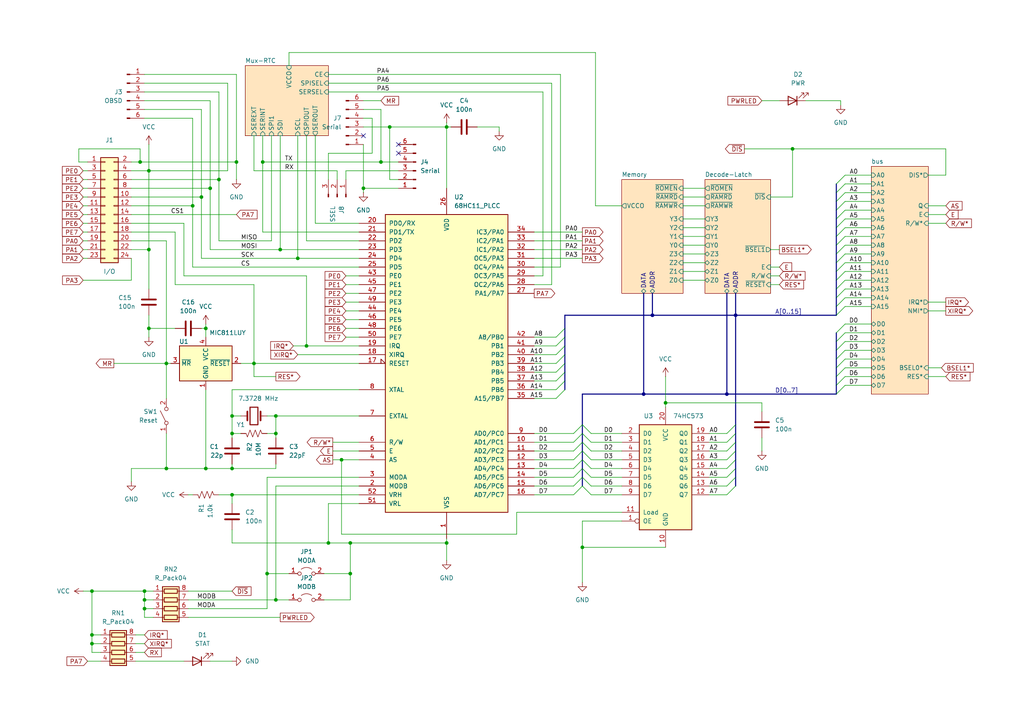
<source format=kicad_sch>
(kicad_sch (version 20231120) (generator "eeschema") (generator_version "8.0")
  (paper "A4")
  (title_block (title "Mini11/8E Board V1.1") (date "2023-10-05") (rev "1") (company "kw"))
  (lib_symbols
    (symbol "74xx:74LS573" (pin_names (offset 1.016))
      (property "Reference" "U" (at -7.62 16.51 0))
      (property "Value" "74LS573" (at -7.62 -16.51 0))
      (symbol "74LS573_1_0"
        (pin input inverted (at -12.7 -12.7 0) (length 5.08) (name "OE") (number "1"))
        (pin power_in line (at 0 -20.32 90) (length 5.08) (name "GND") (number "10"))
        (pin input line (at -12.7 -10.16 0) (length 5.08) (name "Load") (number "11"))
        (pin tri_state line (at 12.7 -5.08 180) (length 5.08) (name "Q7") (number "12"))
        (pin tri_state line (at 12.7 -2.54 180) (length 5.08) (name "Q6") (number "13"))
        (pin tri_state line (at 12.7 0 180) (length 5.08) (name "Q5") (number "14"))
        (pin tri_state line (at 12.7 2.54 180) (length 5.08) (name "Q4") (number "15"))
        (pin tri_state line (at 12.7 5.08 180) (length 5.08) (name "Q3") (number "16"))
        (pin tri_state line (at 12.7 7.62 180) (length 5.08) (name "Q2") (number "17"))
        (pin tri_state line (at 12.7 10.16 180) (length 5.08) (name "Q1") (number "18"))
        (pin tri_state line (at 12.7 12.7 180) (length 5.08) (name "Q0") (number "19"))
        (pin input line (at -12.7 12.7 0) (length 5.08) (name "D0") (number "2"))
        (pin power_in line (at 0 20.32 270) (length 5.08) (name "VCC") (number "20"))
        (pin input line (at -12.7 10.16 0) (length 5.08) (name "D1") (number "3"))
        (pin input line (at -12.7 7.62 0) (length 5.08) (name "D2") (number "4"))
        (pin input line (at -12.7 5.08 0) (length 5.08) (name "D3") (number "5"))
        (pin input line (at -12.7 2.54 0) (length 5.08) (name "D4") (number "6"))
        (pin input line (at -12.7 0 0) (length 5.08) (name "D5") (number "7"))
        (pin input line (at -12.7 -2.54 0) (length 5.08) (name "D6") (number "8"))
        (pin input line (at -12.7 -5.08 0) (length 5.08) (name "D7") (number "9"))
      )
    )
    (symbol "Connector:Conn_01x03_Pin" (pin_names (offset 1.016) hide)
      (property "Reference" "J" (at 0 5.08 0))
      (property "Value" "Conn_01x03_Pin" (at 0 -5.08 0))
      (symbol "Conn_01x03_Pin_1_1"
        (pin passive line (at 5.08 2.54 180) (length 3.81) (name "Pin_1") (number "1"))
        (pin passive line (at 5.08 0 180) (length 3.81) (name "Pin_2") (number "2"))
        (pin passive line (at 5.08 -2.54 180) (length 3.81) (name "Pin_3") (number "3"))
      )
    )
    (symbol "Connector:Conn_01x06_Pin" (pin_names (offset 1.016) hide)
      (property "Reference" "J" (at 0 7.62 0))
      (property "Value" "Conn_01x06_Pin" (at 0 -10.16 0))
      (symbol "Conn_01x06_Pin_1_1"
        (pin passive line (at 5.08 5.08 180) (length 3.81) (name "Pin_1") (number "1"))
        (pin passive line (at 5.08 2.54 180) (length 3.81) (name "Pin_2") (number "2"))
        (pin passive line (at 5.08 0 180) (length 3.81) (name "Pin_3") (number "3"))
        (pin passive line (at 5.08 -2.54 180) (length 3.81) (name "Pin_4") (number "4"))
        (pin passive line (at 5.08 -5.08 180) (length 3.81) (name "Pin_5") (number "5"))
        (pin passive line (at 5.08 -7.62 180) (length 3.81) (name "Pin_6") (number "6"))
      )
    )
    (symbol "Connector_Generic:Conn_02x12_Odd_Even" (pin_names (offset 1.016) hide)
      (property "Reference" "J" (at 1.27 15.24 0))
      (property "Value" "Conn_02x12_Odd_Even" (at 1.27 -17.78 0))
      (symbol "Conn_02x12_Odd_Even_1_1"
        (pin passive line (at -5.08 12.7 0) (length 3.81) (name "Pin_1") (number "1"))
        (pin passive line (at 7.62 2.54 180) (length 3.81) (name "Pin_10") (number "10"))
        (pin passive line (at -5.08 0 0) (length 3.81) (name "Pin_11") (number "11"))
        (pin passive line (at 7.62 0 180) (length 3.81) (name "Pin_12") (number "12"))
        (pin passive line (at -5.08 -2.54 0) (length 3.81) (name "Pin_13") (number "13"))
        (pin passive line (at 7.62 -2.54 180) (length 3.81) (name "Pin_14") (number "14"))
        (pin passive line (at -5.08 -5.08 0) (length 3.81) (name "Pin_15") (number "15"))
        (pin passive line (at 7.62 -5.08 180) (length 3.81) (name "Pin_16") (number "16"))
        (pin passive line (at -5.08 -7.62 0) (length 3.81) (name "Pin_17") (number "17"))
        (pin passive line (at 7.62 -7.62 180) (length 3.81) (name "Pin_18") (number "18"))
        (pin passive line (at -5.08 -10.16 0) (length 3.81) (name "Pin_19") (number "19"))
        (pin passive line (at 7.62 12.7 180) (length 3.81) (name "Pin_2") (number "2"))
        (pin passive line (at 7.62 -10.16 180) (length 3.81) (name "Pin_20") (number "20"))
        (pin passive line (at -5.08 -12.7 0) (length 3.81) (name "Pin_21") (number "21"))
        (pin passive line (at 7.62 -12.7 180) (length 3.81) (name "Pin_22") (number "22"))
        (pin passive line (at -5.08 -15.24 0) (length 3.81) (name "Pin_23") (number "23"))
        (pin passive line (at 7.62 -15.24 180) (length 3.81) (name "Pin_24") (number "24"))
        (pin passive line (at -5.08 10.16 0) (length 3.81) (name "Pin_3") (number "3"))
        (pin passive line (at 7.62 10.16 180) (length 3.81) (name "Pin_4") (number "4"))
        (pin passive line (at -5.08 7.62 0) (length 3.81) (name "Pin_5") (number "5"))
        (pin passive line (at 7.62 7.62 180) (length 3.81) (name "Pin_6") (number "6"))
        (pin passive line (at -5.08 5.08 0) (length 3.81) (name "Pin_7") (number "7"))
        (pin passive line (at 7.62 5.08 180) (length 3.81) (name "Pin_8") (number "8"))
        (pin passive line (at -5.08 2.54 0) (length 3.81) (name "Pin_9") (number "9"))
      )
    )
    (symbol "Device:C" (pin_numbers hide) (pin_names (offset 0.254))
      (property "Reference" "C" (at 0.635 2.54 0))
      (property "Value" "C" (at 0.635 -2.54 0))
      (symbol "C_1_1"
        (pin passive line (at 0 3.81 270) (length 2.794) (name "~") (number "1"))
        (pin passive line (at 0 -3.81 90) (length 2.794) (name "~") (number "2"))
      )
    )
    (symbol "Device:Crystal" (pin_numbers hide) (pin_names (offset 1.016) hide)
      (property "Reference" "Y1" (at -3.81 -2.54 0))
      (property "Value" "7.3728 MHz" (at 1.27 5.08 0))
      (symbol "Crystal_1_1"
        (pin passive line (at -3.81 0 0) (length 1.27) (name "1") (number "1"))
        (pin passive line (at 3.81 0 180) (length 1.27) (name "3") (number "3"))
      )
    )
    (symbol "Device:LED" (pin_numbers hide) (pin_names (offset 1.016) hide)
      (property "Reference" "D" (at 0 2.54 0))
      (property "Value" "LED" (at 0 -2.54 0))
      (symbol "LED_1_1"
        (pin passive line (at -3.81 0 0) (length 2.54) (name "K") (number "1"))
        (pin passive line (at 3.81 0 180) (length 2.54) (name "A") (number "2"))
      )
    )
    (symbol "Device:R_Pack04" (pin_names (offset 0) hide)
      (property "Reference" "RN" (at -7.62 0 90))
      (property "Value" "R_Pack04" (at 5.08 0 90))
      (symbol "R_Pack04_1_1"
        (pin passive line (at -5.08 -5.08 90) (length 2.54) (name "R1.1") (number "1"))
        (pin passive line (at -2.54 -5.08 90) (length 2.54) (name "R2.1") (number "2"))
        (pin passive line (at 0 -5.08 90) (length 2.54) (name "R3.1") (number "3"))
        (pin passive line (at 2.54 -5.08 90) (length 2.54) (name "R4.1") (number "4"))
        (pin passive line (at 2.54 5.08 270) (length 2.54) (name "R4.2") (number "5"))
        (pin passive line (at 0 5.08 270) (length 2.54) (name "R3.2") (number "6"))
        (pin passive line (at -2.54 5.08 270) (length 2.54) (name "R2.2") (number "7"))
        (pin passive line (at -5.08 5.08 270) (length 2.54) (name "R1.2") (number "8"))
      )
    )
    (symbol "Device:R_US" (pin_numbers hide) (pin_names (offset 0))
      (property "Reference" "R" (at 2.54 0 90))
      (property "Value" "R_US" (at -2.54 0 90))
      (symbol "R_US_1_1"
        (pin passive line (at 0 3.81 270) (length 1.27) (name "~") (number "1"))
        (pin passive line (at 0 -3.81 90) (length 1.27) (name "~") (number "2"))
      )
    )
    (symbol "Jumper:Jumper_2_Open" (pin_names (offset 0) hide)
      (property "Reference" "JP" (at 0 2.794 0))
      (property "Value" "Jumper_2_Open" (at 0 -2.286 0))
      (symbol "Jumper_2_Open_1_1"
        (pin passive line (at -5.08 0 0) (length 2.54) (name "A") (number "1"))
        (pin passive line (at 5.08 0 180) (length 2.54) (name "B") (number "2"))
      )
    )
    (symbol "MCU_NXP_HC11:68HC11_PLCC" (pin_names (offset 1.016))
      (property "Reference" "U" (at 7.62 45.72 0))
      (property "Value" "68HC11_PLCC" (at 12.7 -46.99 0))
      (symbol "68HC11_PLCC_1_1"
        (pin power_in line (at 0 -50.8 90) (length 7.62) (name "VSS") (number "1"))
        (pin tri_state line (at 25.4 -22.86 180) (length 7.62) (name "AD1/PC1") (number "10"))
        (pin tri_state line (at 25.4 -25.4 180) (length 7.62) (name "AD2/PC2") (number "11"))
        (pin tri_state line (at 25.4 -27.94 180) (length 7.62) (name "AD3/PC3") (number "12"))
        (pin tri_state line (at 25.4 -30.48 180) (length 7.62) (name "AD4/PC4") (number "13"))
        (pin tri_state line (at 25.4 -33.02 180) (length 7.62) (name "AD5/PC5") (number "14"))
        (pin tri_state line (at 25.4 -35.56 180) (length 7.62) (name "AD6/PC6") (number "15"))
        (pin tri_state line (at 25.4 -38.1 180) (length 7.62) (name "AD7/PC7") (number "16"))
        (pin input input_low (at -25.4 0 0) (length 7.62) (name "RESET") (number "17"))
        (pin input line (at -25.4 2.54 0) (length 7.62) (name "XIRQ") (number "18"))
        (pin input line (at -25.4 5.08 0) (length 7.62) (name "IRQ") (number "19"))
        (pin input line (at -25.4 -35.56 0) (length 7.62) (name "MODB") (number "2"))
        (pin bidirectional line (at -25.4 40.64 0) (length 7.62) (name "PD0/RX") (number "20"))
        (pin bidirectional line (at -25.4 38.1 0) (length 7.62) (name "PD1/TX") (number "21"))
        (pin bidirectional line (at -25.4 35.56 0) (length 7.62) (name "PD2") (number "22"))
        (pin input line (at -25.4 33.02 0) (length 7.62) (name "PD3") (number "23"))
        (pin bidirectional line (at -25.4 30.48 0) (length 7.62) (name "PD4") (number "24"))
        (pin bidirectional line (at -25.4 27.94 0) (length 7.62) (name "PD5") (number "25"))
        (pin power_in line (at 0 50.8 270) (length 7.62) (name "VDD") (number "26"))
        (pin input line (at 25.4 20.32 180) (length 7.62) (name "PA1/PA7") (number "27"))
        (pin output line (at 25.4 22.86 180) (length 7.62) (name "OC2/PA6") (number "28"))
        (pin output line (at 25.4 25.4 180) (length 7.62) (name "OC3/PA5") (number "29"))
        (pin input line (at -25.4 -33.02 0) (length 7.62) (name "MODA") (number "3"))
        (pin output line (at 25.4 27.94 180) (length 7.62) (name "OC4/PA4") (number "30"))
        (pin output line (at 25.4 30.48 180) (length 7.62) (name "OC5/PA3") (number "31"))
        (pin input line (at 25.4 33.02 180) (length 7.62) (name "IC1/PA2") (number "32"))
        (pin input line (at 25.4 35.56 180) (length 7.62) (name "IC2/PA1") (number "33"))
        (pin input line (at 25.4 38.1 180) (length 7.62) (name "IC3/PA0") (number "34"))
        (pin output line (at 25.4 -10.16 180) (length 7.62) (name "A15/PB7") (number "35"))
        (pin output line (at 25.4 -7.62 180) (length 7.62) (name "PB6") (number "36"))
        (pin output line (at 25.4 -5.08 180) (length 7.62) (name "PB5") (number "37"))
        (pin output line (at 25.4 -2.54 180) (length 7.62) (name "PB4") (number "38"))
        (pin output line (at 25.4 0 180) (length 7.62) (name "PB3") (number "39"))
        (pin output line (at -25.4 -27.94 0) (length 7.62) (name "AS") (number "4"))
        (pin output line (at 25.4 2.54 180) (length 7.62) (name "PB2") (number "40"))
        (pin output line (at 25.4 5.08 180) (length 7.62) (name "PB1") (number "41"))
        (pin output line (at 25.4 7.62 180) (length 7.62) (name "A8/PB0") (number "42"))
        (pin input line (at -25.4 25.4 0) (length 7.62) (name "PE0") (number "43"))
        (pin input line (at -25.4 15.24 0) (length 7.62) (name "PE4") (number "44"))
        (pin input line (at -25.4 22.86 0) (length 7.62) (name "PE1") (number "45"))
        (pin input line (at -25.4 12.7 0) (length 7.62) (name "PE5") (number "46"))
        (pin input line (at -25.4 20.32 0) (length 7.62) (name "PE2") (number "47"))
        (pin input line (at -25.4 10.16 0) (length 7.62) (name "PE6") (number "48"))
        (pin input line (at -25.4 17.78 0) (length 7.62) (name "PE3") (number "49"))
        (pin output line (at -25.4 -25.4 0) (length 7.62) (name "E") (number "5"))
        (pin input line (at -25.4 7.62 0) (length 7.62) (name "PE7") (number "50"))
        (pin passive line (at -25.4 -40.64 0) (length 7.62) (name "VRL") (number "51"))
        (pin passive line (at -25.4 -38.1 0) (length 7.62) (name "VRH") (number "52"))
        (pin output line (at -25.4 -22.86 0) (length 7.62) (name "R/W") (number "6"))
        (pin input line (at -25.4 -15.24 0) (length 7.62) (name "EXTAL") (number "7"))
        (pin output line (at -25.4 -7.62 0) (length 7.62) (name "XTAL") (number "8"))
        (pin tri_state line (at 25.4 -20.32 180) (length 7.62) (name "AD0/PC0") (number "9"))
      )
    )
    (symbol "Power_Supervisor:MIC811LUY"
      (property "Reference" "U" (at -7.62 6.35 0))
      (property "Value" "MIC811LUY" (at 1.27 6.35 0))
      (symbol "MIC811LUY_1_1"
        (pin power_in line (at 0 -7.62 90) (length 2.54) (name "GND") (number "1"))
        (pin output line (at 10.16 0 180) (length 2.54) (name "~{RESET}") (number "2"))
        (pin input line (at -10.16 0 0) (length 2.54) (name "~{MR}") (number "3"))
        (pin power_in line (at 0 7.62 270) (length 2.54) (name "VCC") (number "4"))
      )
    )
    (symbol "Switch:SW_SPST" (pin_names (offset 0) hide)
      (property "Reference" "SW" (at 0 3.175 0))
      (property "Value" "SW_SPST" (at 0 -2.54 0))
      (symbol "SW_SPST_1_1"
        (pin passive line (at -5.08 0 0) (length 2.54) (name "A") (number "1"))
        (pin passive line (at 5.08 0 180) (length 2.54) (name "B") (number "2"))
      )
    )
    (symbol "power:GND" (power) (pin_numbers hide) (pin_names (offset 0) hide)
      (property "Value" "GND" (at 0 -3.81 0))
      (symbol "GND_1_1"
        (pin power_in line (at 0 0 270) (length 0) (name "~") (number "1"))
      )
    )
    (symbol "power:VCC" (power) (pin_numbers hide) (pin_names (offset 0) hide)
      (property "Value" "VCC" (at 0 3.556 0))
      (symbol "VCC_1_1"
        (pin power_in line (at 0 0 90) (length 0) (name "~") (number "1"))
      )
    )
  )
  (junction (at 186.69 114.3))
  (junction (at 48.26 105.41))
  (junction (at 26.67 171.45))
  (junction (at 26.67 186.69))
  (junction (at 41.91 173.99))
  (junction (at 168.91 158.75))
  (junction (at 95.25 157.48))
  (junction (at 67.31 135.89))
  (junction (at 63.5 52.07))
  (junction (at 80.01 125.73))
  (junction (at 59.69 135.89))
  (junction (at 86.36 74.93))
  (junction (at 80.01 120.65))
  (junction (at 41.91 171.45))
  (junction (at 59.69 95.25))
  (junction (at 48.26 135.89))
  (junction (at 55.88 59.69))
  (junction (at 80.01 173.99))
  (junction (at 67.31 143.51))
  (junction (at 193.04 116.84))
  (junction (at 40.64 46.99))
  (junction (at 110.49 46.99))
  (junction (at 113.03 36.83))
  (junction (at 67.31 120.65))
  (junction (at 43.18 49.53))
  (junction (at 101.6 157.48))
  (junction (at 189.23 91.44))
  (junction (at 26.67 184.15))
  (junction (at 58.42 57.15))
  (junction (at 213.36 91.44))
  (junction (at 210.82 114.3))
  (junction (at 68.58 46.99))
  (junction (at 41.91 176.53))
  (junction (at 43.18 95.25))
  (junction (at 99.06 133.35))
  (junction (at 105.41 54.61))
  (junction (at 73.66 105.41))
  (junction (at 101.6 166.37))
  (junction (at 81.28 72.39))
  (junction (at 88.9 100.33))
  (junction (at 60.96 54.61))
  (junction (at 43.18 72.39))
  (junction (at 77.47 166.37))
  (junction (at 129.54 36.83))
  (junction (at 229.87 43.18))
  (junction (at 129.54 157.48))
  (junction (at 67.31 125.73))
  (junction (at 76.2 46.99))
  (no_connect (at 115.57 44.45))
  (no_connect (at 115.57 41.91))
  (no_connect (at 105.41 39.37))
  (bus_entry (at 210.82 138.43) (size 2.54 -2.54))
  (bus_entry (at 171.45 128.27) (size -2.54 -2.54))
  (bus_entry (at 163.83 113.03) (size -2.54 2.54))
  (bus_entry (at 242.57 91.44) (size 2.54 -2.54))
  (bus_entry (at 242.57 73.66) (size 2.54 -2.54))
  (bus_entry (at 245.11 99.06) (size -2.54 2.54))
  (bus_entry (at 171.45 133.35) (size -2.54 -2.54))
  (bus_entry (at 245.11 106.68) (size -2.54 2.54))
  (bus_entry (at 166.37 138.43) (size 2.54 -2.54))
  (bus_entry (at 166.37 125.73) (size 2.54 -2.54))
  (bus_entry (at 242.57 55.88) (size 2.54 -2.54))
  (bus_entry (at 245.11 104.14) (size -2.54 2.54))
  (bus_entry (at 163.83 100.33) (size -2.54 2.54))
  (bus_entry (at 242.57 76.2) (size 2.54 -2.54))
  (bus_entry (at 242.57 81.28) (size 2.54 -2.54))
  (bus_entry (at 245.11 109.22) (size -2.54 2.54))
  (bus_entry (at 166.37 143.51) (size 2.54 -2.54))
  (bus_entry (at 210.82 135.89) (size 2.54 -2.54))
  (bus_entry (at 242.57 78.74) (size 2.54 -2.54))
  (bus_entry (at 166.37 128.27) (size 2.54 -2.54))
  (bus_entry (at 210.82 125.73) (size 2.54 -2.54))
  (bus_entry (at 166.37 133.35) (size 2.54 -2.54))
  (bus_entry (at 245.11 96.52) (size -2.54 2.54))
  (bus_entry (at 166.37 140.97) (size 2.54 -2.54))
  (bus_entry (at 242.57 53.34) (size 2.54 -2.54))
  (bus_entry (at 242.57 63.5) (size 2.54 -2.54))
  (bus_entry (at 242.57 58.42) (size 2.54 -2.54))
  (bus_entry (at 210.82 130.81) (size 2.54 -2.54))
  (bus_entry (at 210.82 143.51) (size 2.54 -2.54))
  (bus_entry (at 242.57 83.82) (size 2.54 -2.54))
  (bus_entry (at 163.83 105.41) (size -2.54 2.54))
  (bus_entry (at 210.82 128.27) (size 2.54 -2.54))
  (bus_entry (at 163.83 95.25) (size -2.54 2.54))
  (bus_entry (at 166.37 135.89) (size 2.54 -2.54))
  (bus_entry (at 210.82 140.97) (size 2.54 -2.54))
  (bus_entry (at 163.83 97.79) (size -2.54 2.54))
  (bus_entry (at 242.57 68.58) (size 2.54 -2.54))
  (bus_entry (at 210.82 133.35) (size 2.54 -2.54))
  (bus_entry (at 171.45 138.43) (size -2.54 -2.54))
  (bus_entry (at 242.57 66.04) (size 2.54 -2.54))
  (bus_entry (at 242.57 71.12) (size 2.54 -2.54))
  (bus_entry (at 166.37 130.81) (size 2.54 -2.54))
  (bus_entry (at 245.11 111.76) (size -2.54 2.54))
  (bus_entry (at 171.45 140.97) (size -2.54 -2.54))
  (bus_entry (at 245.11 101.6) (size -2.54 2.54))
  (bus_entry (at 171.45 130.81) (size -2.54 -2.54))
  (bus_entry (at 242.57 88.9) (size 2.54 -2.54))
  (bus_entry (at 163.83 102.87) (size -2.54 2.54))
  (bus_entry (at 163.83 110.49) (size -2.54 2.54))
  (bus_entry (at 245.11 93.98) (size -2.54 2.54))
  (bus_entry (at 163.83 107.95) (size -2.54 2.54))
  (bus_entry (at 171.45 125.73) (size -2.54 -2.54))
  (bus_entry (at 242.57 86.36) (size 2.54 -2.54))
  (bus_entry (at 242.57 60.96) (size 2.54 -2.54))
  (bus_entry (at 171.45 135.89) (size -2.54 -2.54))
  (bus_entry (at 171.45 143.51) (size -2.54 -2.54))
  (wire (pts (xy 100.33 52.07) (xy 100.33 49.53)))
  (wire (pts (xy 63.5 52.07) (xy 63.5 69.85)))
  (wire (pts (xy 243.84 29.21) (xy 243.84 30.48)))
  (wire (pts (xy 198.12 57.15) (xy 204.47 57.15)))
  (wire (pts (xy 59.69 95.25) (xy 59.69 97.79)))
  (bus (pts (xy 242.57 71.12) (xy 242.57 68.58)))
  (wire (pts (xy 85.09 100.33) (xy 88.9 100.33)))
  (wire (pts (xy 60.96 54.61) (xy 60.96 72.39)))
  (wire (pts (xy 245.11 93.98) (xy 252.73 93.98)))
  (wire (pts (xy 38.1 81.28) (xy 38.1 74.93)))
  (bus (pts (xy 168.91 140.97) (xy 168.91 138.43)))
  (wire (pts (xy 58.42 31.75) (xy 58.42 57.15)))
  (wire (pts (xy 245.11 66.04) (xy 252.73 66.04)))
  (wire (pts (xy 24.13 49.53) (xy 25.4 49.53)))
  (wire (pts (xy 100.33 90.17) (xy 104.14 90.17)))
  (wire (pts (xy 22.86 43.18) (xy 22.86 46.99)))
  (wire (pts (xy 154.94 102.87) (xy 161.29 102.87)))
  (bus (pts (xy 242.57 81.28) (xy 242.57 78.74)))
  (wire (pts (xy 43.18 91.44) (xy 43.18 95.25)))
  (wire (pts (xy 104.14 146.05) (xy 95.25 146.05)))
  (wire (pts (xy 100.33 87.63) (xy 104.14 87.63)))
  (wire (pts (xy 55.88 34.29) (xy 55.88 59.69)))
  (wire (pts (xy 154.94 69.85) (xy 168.91 69.85)))
  (wire (pts (xy 26.67 186.69) (xy 26.67 189.23)))
  (wire (pts (xy 269.24 59.69) (xy 274.32 59.69)))
  (wire (pts (xy 80.01 140.97) (xy 104.14 140.97)))
  (bus (pts (xy 168.91 135.89) (xy 168.91 133.35)))
  (wire (pts (xy 73.66 105.41) (xy 73.66 109.22)))
  (wire (pts (xy 100.33 49.53) (xy 115.57 49.53)))
  (wire (pts (xy 26.67 184.15) (xy 29.21 184.15)))
  (wire (pts (xy 76.2 46.99) (xy 110.49 46.99)))
  (wire (pts (xy 269.24 106.68) (xy 273.05 106.68)))
  (bus (pts (xy 213.36 85.09) (xy 213.36 91.44)))
  (bus (pts (xy 242.57 99.06) (xy 242.57 101.6)))
  (wire (pts (xy 154.94 77.47) (xy 162.56 77.47)))
  (wire (pts (xy 198.12 68.58) (xy 204.47 68.58)))
  (wire (pts (xy 77.47 138.43) (xy 77.47 166.37)))
  (wire (pts (xy 245.11 106.68) (xy 252.73 106.68)))
  (wire (pts (xy 154.94 82.55) (xy 160.02 82.55)))
  (wire (pts (xy 154.94 110.49) (xy 161.29 110.49)))
  (wire (pts (xy 101.6 157.48) (xy 101.6 166.37)))
  (wire (pts (xy 80.01 120.65) (xy 80.01 125.73)))
  (wire (pts (xy 63.5 143.51) (xy 67.31 143.51)))
  (wire (pts (xy 67.31 120.65) (xy 67.31 125.73)))
  (wire (pts (xy 223.52 57.15) (xy 229.87 57.15)))
  (wire (pts (xy 154.94 80.01) (xy 157.48 80.01)))
  (wire (pts (xy 168.91 158.75) (xy 193.04 158.75)))
  (wire (pts (xy 55.88 34.29) (xy 41.91 34.29)))
  (wire (pts (xy 205.74 138.43) (xy 210.82 138.43)))
  (wire (pts (xy 66.04 24.13) (xy 41.91 24.13)))
  (wire (pts (xy 50.8 82.55) (xy 73.66 82.55)))
  (wire (pts (xy 154.94 125.73) (xy 166.37 125.73)))
  (wire (pts (xy 129.54 157.48) (xy 129.54 156.21)))
  (bus (pts (xy 163.83 95.25) (xy 163.83 91.44)))
  (bus (pts (xy 242.57 106.68) (xy 242.57 109.22)))
  (bus (pts (xy 163.83 97.79) (xy 163.83 95.25)))
  (wire (pts (xy 38.1 52.07) (xy 63.5 52.07)))
  (wire (pts (xy 81.28 39.37) (xy 81.28 72.39)))
  (bus (pts (xy 163.83 102.87) (xy 163.83 105.41)))
  (wire (pts (xy 104.14 82.55) (xy 100.33 82.55)))
  (wire (pts (xy 269.24 62.23) (xy 274.32 62.23)))
  (wire (pts (xy 245.11 96.52) (xy 252.73 96.52)))
  (wire (pts (xy 198.12 66.04) (xy 204.47 66.04)))
  (wire (pts (xy 245.11 83.82) (xy 252.73 83.82)))
  (wire (pts (xy 63.5 69.85) (xy 78.74 69.85)))
  (wire (pts (xy 83.82 15.24) (xy 83.82 19.05)))
  (wire (pts (xy 59.69 135.89) (xy 67.31 135.89)))
  (wire (pts (xy 168.91 151.13) (xy 168.91 158.75)))
  (bus (pts (xy 189.23 91.44) (xy 213.36 91.44)))
  (wire (pts (xy 38.1 49.53) (xy 43.18 49.53)))
  (wire (pts (xy 43.18 83.82) (xy 43.18 72.39)))
  (wire (pts (xy 43.18 95.25) (xy 50.8 95.25)))
  (wire (pts (xy 100.33 80.01) (xy 104.14 80.01)))
  (wire (pts (xy 67.31 153.67) (xy 67.31 157.48)))
  (bus (pts (xy 186.69 85.09) (xy 186.69 114.3)))
  (wire (pts (xy 41.91 173.99) (xy 41.91 176.53)))
  (wire (pts (xy 245.11 55.88) (xy 252.73 55.88)))
  (wire (pts (xy 101.6 157.48) (xy 129.54 157.48)))
  (wire (pts (xy 171.45 143.51) (xy 180.34 143.51)))
  (wire (pts (xy 245.11 78.74) (xy 252.73 78.74)))
  (wire (pts (xy 193.04 109.22) (xy 193.04 116.84)))
  (wire (pts (xy 77.47 125.73) (xy 80.01 125.73)))
  (wire (pts (xy 198.12 81.28) (xy 204.47 81.28)))
  (wire (pts (xy 154.94 115.57) (xy 161.29 115.57)))
  (wire (pts (xy 171.45 133.35) (xy 180.34 133.35)))
  (wire (pts (xy 24.13 57.15) (xy 25.4 57.15)))
  (wire (pts (xy 129.54 35.56) (xy 129.54 36.83)))
  (wire (pts (xy 205.74 128.27) (xy 210.82 128.27)))
  (wire (pts (xy 60.96 29.21) (xy 60.96 54.61)))
  (wire (pts (xy 33.02 105.41) (xy 48.26 105.41)))
  (bus (pts (xy 168.91 114.3) (xy 186.69 114.3)))
  (wire (pts (xy 77.47 166.37) (xy 83.82 166.37)))
  (wire (pts (xy 49.53 105.41) (xy 48.26 105.41)))
  (bus (pts (xy 213.36 125.73) (xy 213.36 128.27)))
  (bus (pts (xy 186.69 114.3) (xy 210.82 114.3)))
  (wire (pts (xy 100.33 97.79) (xy 104.14 97.79)))
  (wire (pts (xy 104.14 67.31) (xy 76.2 67.31)))
  (bus (pts (xy 242.57 88.9) (xy 242.57 86.36)))
  (bus (pts (xy 189.23 85.09) (xy 189.23 91.44)))
  (wire (pts (xy 168.91 151.13) (xy 180.34 151.13)))
  (bus (pts (xy 242.57 86.36) (xy 242.57 83.82)))
  (wire (pts (xy 269.24 90.17) (xy 274.32 90.17)))
  (wire (pts (xy 48.26 125.73) (xy 48.26 135.89)))
  (bus (pts (xy 213.36 91.44) (xy 213.36 123.19)))
  (bus (pts (xy 163.83 107.95) (xy 163.83 110.49)))
  (wire (pts (xy 24.13 74.93) (xy 25.4 74.93)))
  (wire (pts (xy 129.54 36.83) (xy 130.81 36.83)))
  (wire (pts (xy 38.1 135.89) (xy 48.26 135.89)))
  (wire (pts (xy 96.52 133.35) (xy 99.06 133.35)))
  (wire (pts (xy 38.1 54.61) (xy 60.96 54.61)))
  (wire (pts (xy 198.12 54.61) (xy 204.47 54.61)))
  (wire (pts (xy 25.4 191.77) (xy 29.21 191.77)))
  (wire (pts (xy 95.25 146.05) (xy 95.25 157.48)))
  (wire (pts (xy 24.13 81.28) (xy 38.1 81.28)))
  (bus (pts (xy 242.57 55.88) (xy 242.57 53.34)))
  (wire (pts (xy 104.14 143.51) (xy 67.31 143.51)))
  (wire (pts (xy 205.74 133.35) (xy 210.82 133.35)))
  (bus (pts (xy 242.57 63.5) (xy 242.57 60.96)))
  (wire (pts (xy 41.91 179.07) (xy 44.45 179.07)))
  (wire (pts (xy 43.18 49.53) (xy 66.04 49.53)))
  (wire (pts (xy 68.58 46.99) (xy 68.58 52.07)))
  (wire (pts (xy 205.74 125.73) (xy 210.82 125.73)))
  (wire (pts (xy 38.1 135.89) (xy 38.1 139.7)))
  (wire (pts (xy 99.06 133.35) (xy 99.06 154.94)))
  (wire (pts (xy 26.67 184.15) (xy 26.67 186.69)))
  (bus (pts (xy 213.36 91.44) (xy 242.57 91.44)))
  (wire (pts (xy 100.33 92.71) (xy 104.14 92.71)))
  (wire (pts (xy 101.6 173.99) (xy 101.6 166.37)))
  (wire (pts (xy 154.94 135.89) (xy 166.37 135.89)))
  (wire (pts (xy 67.31 120.65) (xy 67.31 113.03)))
  (wire (pts (xy 22.86 46.99) (xy 25.4 46.99)))
  (wire (pts (xy 154.94 97.79) (xy 161.29 97.79)))
  (wire (pts (xy 233.68 29.21) (xy 243.84 29.21)))
  (wire (pts (xy 245.11 99.06) (xy 252.73 99.06)))
  (wire (pts (xy 91.44 39.37) (xy 91.44 64.77)))
  (wire (pts (xy 198.12 71.12) (xy 204.47 71.12)))
  (wire (pts (xy 168.91 168.91) (xy 168.91 158.75)))
  (wire (pts (xy 73.66 109.22) (xy 80.01 109.22)))
  (wire (pts (xy 55.88 77.47) (xy 104.14 77.47)))
  (wire (pts (xy 154.94 113.03) (xy 161.29 113.03)))
  (wire (pts (xy 154.94 105.41) (xy 161.29 105.41)))
  (wire (pts (xy 229.87 43.18) (xy 229.87 57.15)))
  (bus (pts (xy 163.83 91.44) (xy 189.23 91.44)))
  (wire (pts (xy 81.28 72.39) (xy 104.14 72.39)))
  (bus (pts (xy 168.91 123.19) (xy 168.91 114.3)))
  (wire (pts (xy 93.98 166.37) (xy 101.6 166.37)))
  (bus (pts (xy 163.83 97.79) (xy 163.83 100.33)))
  (wire (pts (xy 67.31 125.73) (xy 69.85 125.73)))
  (wire (pts (xy 24.13 67.31) (xy 25.4 67.31)))
  (bus (pts (xy 213.36 138.43) (xy 213.36 135.89)))
  (wire (pts (xy 77.47 138.43) (xy 104.14 138.43)))
  (wire (pts (xy 48.26 105.41) (xy 48.26 115.57)))
  (wire (pts (xy 80.01 120.65) (xy 104.14 120.65)))
  (wire (pts (xy 55.88 143.51) (xy 54.61 143.51)))
  (wire (pts (xy 154.94 128.27) (xy 166.37 128.27)))
  (wire (pts (xy 205.74 135.89) (xy 210.82 135.89)))
  (wire (pts (xy 229.87 43.18) (xy 274.32 43.18)))
  (wire (pts (xy 245.11 111.76) (xy 252.73 111.76)))
  (wire (pts (xy 73.66 49.53) (xy 97.79 49.53)))
  (bus (pts (xy 213.36 140.97) (xy 213.36 138.43)))
  (bus (pts (xy 213.36 130.81) (xy 213.36 128.27)))
  (wire (pts (xy 171.45 128.27) (xy 180.34 128.27)))
  (wire (pts (xy 171.45 125.73) (xy 180.34 125.73)))
  (wire (pts (xy 93.98 173.99) (xy 101.6 173.99)))
  (wire (pts (xy 24.13 69.85) (xy 25.4 69.85)))
  (wire (pts (xy 53.34 191.77) (xy 39.37 191.77)))
  (wire (pts (xy 86.36 39.37) (xy 86.36 74.93)))
  (bus (pts (xy 242.57 78.74) (xy 242.57 76.2)))
  (wire (pts (xy 104.14 130.81) (xy 96.52 130.81)))
  (wire (pts (xy 58.42 95.25) (xy 59.69 95.25)))
  (wire (pts (xy 110.49 29.21) (xy 105.41 29.21)))
  (wire (pts (xy 220.98 116.84) (xy 220.98 119.38)))
  (wire (pts (xy 95.25 52.07) (xy 95.25 44.45)))
  (wire (pts (xy 41.91 171.45) (xy 41.91 173.99)))
  (wire (pts (xy 41.91 184.15) (xy 39.37 184.15)))
  (bus (pts (xy 242.57 76.2) (xy 242.57 73.66)))
  (wire (pts (xy 40.64 46.99) (xy 68.58 46.99)))
  (wire (pts (xy 105.41 41.91) (xy 105.41 54.61)))
  (wire (pts (xy 205.74 130.81) (xy 210.82 130.81)))
  (wire (pts (xy 172.72 59.69) (xy 172.72 15.24)))
  (wire (pts (xy 198.12 76.2) (xy 204.47 76.2)))
  (wire (pts (xy 39.37 189.23) (xy 41.91 189.23)))
  (wire (pts (xy 226.06 29.21) (xy 220.98 29.21)))
  (bus (pts (xy 242.57 101.6) (xy 242.57 104.14)))
  (wire (pts (xy 269.24 87.63) (xy 274.32 87.63)))
  (wire (pts (xy 54.61 176.53) (xy 77.47 176.53)))
  (wire (pts (xy 78.74 69.85) (xy 78.74 39.37)))
  (bus (pts (xy 242.57 96.52) (xy 242.57 99.06)))
  (wire (pts (xy 68.58 21.59) (xy 41.91 21.59)))
  (wire (pts (xy 76.2 39.37) (xy 76.2 46.99)))
  (wire (pts (xy 154.94 138.43) (xy 166.37 138.43)))
  (wire (pts (xy 73.66 105.41) (xy 104.14 105.41)))
  (wire (pts (xy 105.41 34.29) (xy 107.95 34.29)))
  (wire (pts (xy 69.85 105.41) (xy 73.66 105.41)))
  (bus (pts (xy 242.57 60.96) (xy 242.57 58.42)))
  (wire (pts (xy 68.58 46.99) (xy 68.58 21.59)))
  (wire (pts (xy 274.32 50.8) (xy 269.24 50.8)))
  (wire (pts (xy 223.52 80.01) (xy 226.06 80.01)))
  (wire (pts (xy 53.34 80.01) (xy 88.9 80.01)))
  (bus (pts (xy 210.82 85.09) (xy 210.82 114.3)))
  (wire (pts (xy 245.11 53.34) (xy 252.73 53.34)))
  (wire (pts (xy 198.12 73.66) (xy 204.47 73.66)))
  (wire (pts (xy 24.13 171.45) (xy 26.67 171.45)))
  (wire (pts (xy 95.25 44.45) (xy 107.95 44.45)))
  (wire (pts (xy 67.31 191.77) (xy 60.96 191.77)))
  (bus (pts (xy 213.36 125.73) (xy 213.36 123.19)))
  (wire (pts (xy 43.18 41.91) (xy 43.18 49.53)))
  (wire (pts (xy 24.13 52.07) (xy 25.4 52.07)))
  (wire (pts (xy 157.48 80.01) (xy 157.48 26.67)))
  (wire (pts (xy 160.02 24.13) (xy 160.02 82.55)))
  (bus (pts (xy 242.57 58.42) (xy 242.57 55.88)))
  (wire (pts (xy 154.94 133.35) (xy 166.37 133.35)))
  (wire (pts (xy 63.5 26.67) (xy 63.5 52.07)))
  (wire (pts (xy 80.01 173.99) (xy 83.82 173.99)))
  (wire (pts (xy 154.94 143.51) (xy 166.37 143.51)))
  (wire (pts (xy 54.61 179.07) (xy 81.28 179.07)))
  (wire (pts (xy 110.49 31.75) (xy 105.41 31.75)))
  (wire (pts (xy 41.91 173.99) (xy 44.45 173.99)))
  (wire (pts (xy 245.11 76.2) (xy 252.73 76.2)))
  (wire (pts (xy 154.94 67.31) (xy 168.91 67.31)))
  (wire (pts (xy 80.01 125.73) (xy 80.01 127)))
  (wire (pts (xy 245.11 101.6) (xy 252.73 101.6)))
  (wire (pts (xy 88.9 39.37) (xy 88.9 69.85)))
  (wire (pts (xy 198.12 63.5) (xy 204.47 63.5)))
  (wire (pts (xy 67.31 135.89) (xy 80.01 135.89)))
  (wire (pts (xy 41.91 176.53) (xy 44.45 176.53)))
  (wire (pts (xy 223.52 82.55) (xy 226.06 82.55)))
  (wire (pts (xy 58.42 31.75) (xy 41.91 31.75)))
  (wire (pts (xy 24.13 54.61) (xy 25.4 54.61)))
  (wire (pts (xy 88.9 80.01) (xy 88.9 100.33)))
  (wire (pts (xy 26.67 189.23) (xy 29.21 189.23)))
  (bus (pts (xy 163.83 110.49) (xy 163.83 113.03)))
  (wire (pts (xy 100.33 95.25) (xy 104.14 95.25)))
  (wire (pts (xy 245.11 60.96) (xy 252.73 60.96)))
  (bus (pts (xy 210.82 114.3) (xy 242.57 114.3)))
  (wire (pts (xy 24.13 72.39) (xy 25.4 72.39)))
  (wire (pts (xy 40.64 43.18) (xy 22.86 43.18)))
  (bus (pts (xy 242.57 88.9) (xy 242.57 91.44)))
  (wire (pts (xy 67.31 143.51) (xy 67.31 146.05)))
  (bus (pts (xy 242.57 104.14) (xy 242.57 106.68)))
  (wire (pts (xy 107.95 44.45) (xy 107.95 34.29)))
  (wire (pts (xy 95.25 157.48) (xy 101.6 157.48)))
  (wire (pts (xy 149.86 154.94) (xy 149.86 148.59)))
  (wire (pts (xy 215.9 43.18) (xy 229.87 43.18)))
  (wire (pts (xy 77.47 166.37) (xy 77.47 176.53)))
  (wire (pts (xy 162.56 21.59) (xy 95.25 21.59)))
  (wire (pts (xy 58.42 57.15) (xy 58.42 74.93)))
  (wire (pts (xy 245.11 50.8) (xy 252.73 50.8)))
  (wire (pts (xy 38.1 72.39) (xy 43.18 72.39)))
  (bus (pts (xy 242.57 109.22) (xy 242.57 111.76)))
  (wire (pts (xy 60.96 72.39) (xy 81.28 72.39)))
  (bus (pts (xy 242.57 73.66) (xy 242.57 71.12)))
  (wire (pts (xy 38.1 62.23) (xy 68.58 62.23)))
  (wire (pts (xy 67.31 157.48) (xy 95.25 157.48)))
  (wire (pts (xy 198.12 78.74) (xy 204.47 78.74)))
  (wire (pts (xy 144.78 36.83) (xy 144.78 38.1)))
  (wire (pts (xy 53.34 64.77) (xy 38.1 64.77)))
  (wire (pts (xy 97.79 49.53) (xy 97.79 52.07)))
  (wire (pts (xy 269.24 64.77) (xy 274.32 64.77)))
  (wire (pts (xy 104.14 128.27) (xy 96.52 128.27)))
  (wire (pts (xy 129.54 36.83) (xy 129.54 54.61)))
  (wire (pts (xy 223.52 72.39) (xy 226.06 72.39)))
  (wire (pts (xy 80.01 140.97) (xy 80.01 173.99)))
  (wire (pts (xy 138.43 36.83) (xy 144.78 36.83)))
  (wire (pts (xy 198.12 59.69) (xy 204.47 59.69)))
  (wire (pts (xy 59.69 93.98) (xy 59.69 95.25)))
  (wire (pts (xy 58.42 74.93) (xy 86.36 74.93)))
  (wire (pts (xy 26.67 186.69) (xy 29.21 186.69)))
  (wire (pts (xy 245.11 73.66) (xy 252.73 73.66)))
  (wire (pts (xy 38.1 57.15) (xy 58.42 57.15)))
  (wire (pts (xy 100.33 85.09) (xy 104.14 85.09)))
  (bus (pts (xy 242.57 66.04) (xy 242.57 63.5)))
  (wire (pts (xy 193.04 116.84) (xy 220.98 116.84)))
  (wire (pts (xy 60.96 29.21) (xy 41.91 29.21)))
  (wire (pts (xy 26.67 171.45) (xy 41.91 171.45)))
  (wire (pts (xy 50.8 67.31) (xy 38.1 67.31)))
  (bus (pts (xy 242.57 111.76) (xy 242.57 114.3)))
  (wire (pts (xy 105.41 54.61) (xy 115.57 54.61)))
  (wire (pts (xy 43.18 95.25) (xy 43.18 97.79)))
  (wire (pts (xy 193.04 116.84) (xy 193.04 118.11)))
  (wire (pts (xy 38.1 46.99) (xy 40.64 46.99)))
  (bus (pts (xy 168.91 133.35) (xy 168.91 130.81)))
  (wire (pts (xy 50.8 67.31) (xy 50.8 82.55)))
  (wire (pts (xy 24.13 62.23) (xy 25.4 62.23)))
  (wire (pts (xy 245.11 68.58) (xy 252.73 68.58)))
  (wire (pts (xy 171.45 138.43) (xy 180.34 138.43)))
  (wire (pts (xy 24.13 59.69) (xy 25.4 59.69)))
  (wire (pts (xy 67.31 113.03) (xy 104.14 113.03)))
  (wire (pts (xy 162.56 77.47) (xy 162.56 21.59)))
  (wire (pts (xy 26.67 184.15) (xy 26.67 171.45)))
  (wire (pts (xy 41.91 186.69) (xy 39.37 186.69)))
  (wire (pts (xy 40.64 46.99) (xy 40.64 43.18)))
  (wire (pts (xy 172.72 15.24) (xy 83.82 15.24)))
  (bus (pts (xy 168.91 130.81) (xy 168.91 128.27)))
  (wire (pts (xy 154.94 107.95) (xy 161.29 107.95)))
  (wire (pts (xy 38.1 69.85) (xy 48.26 69.85)))
  (wire (pts (xy 77.47 120.65) (xy 80.01 120.65)))
  (wire (pts (xy 154.94 130.81) (xy 166.37 130.81)))
  (bus (pts (xy 168.91 125.73) (xy 168.91 123.19)))
  (wire (pts (xy 245.11 81.28) (xy 252.73 81.28)))
  (wire (pts (xy 154.94 100.33) (xy 161.29 100.33)))
  (wire (pts (xy 59.69 113.03) (xy 59.69 135.89)))
  (wire (pts (xy 220.98 130.81) (xy 220.98 127)))
  (wire (pts (xy 24.13 64.77) (xy 25.4 64.77)))
  (wire (pts (xy 113.03 52.07) (xy 113.03 36.83)))
  (wire (pts (xy 171.45 135.89) (xy 180.34 135.89)))
  (wire (pts (xy 54.61 173.99) (xy 80.01 173.99)))
  (wire (pts (xy 43.18 72.39) (xy 43.18 49.53)))
  (wire (pts (xy 54.61 171.45) (xy 67.31 171.45)))
  (wire (pts (xy 66.04 24.13) (xy 66.04 49.53)))
  (wire (pts (xy 171.45 140.97) (xy 180.34 140.97)))
  (wire (pts (xy 67.31 120.65) (xy 69.85 120.65)))
  (wire (pts (xy 154.94 72.39) (xy 168.91 72.39)))
  (wire (pts (xy 95.25 24.13) (xy 160.02 24.13)))
  (wire (pts (xy 91.44 64.77) (xy 104.14 64.77)))
  (wire (pts (xy 99.06 154.94) (xy 149.86 154.94)))
  (wire (pts (xy 104.14 133.35) (xy 99.06 133.35)))
  (wire (pts (xy 48.26 135.89) (xy 59.69 135.89)))
  (wire (pts (xy 55.88 59.69) (xy 55.88 77.47)))
  (wire (pts (xy 88.9 69.85) (xy 104.14 69.85)))
  (wire (pts (xy 171.45 130.81) (xy 180.34 130.81)))
  (bus (pts (xy 163.83 100.33) (xy 163.83 102.87)))
  (wire (pts (xy 86.36 74.93) (xy 104.14 74.93)))
  (wire (pts (xy 245.11 104.14) (xy 252.73 104.14)))
  (wire (pts (xy 205.74 143.51) (xy 210.82 143.51)))
  (wire (pts (xy 67.31 125.73) (xy 67.31 127)))
  (wire (pts (xy 115.57 52.07) (xy 113.03 52.07)))
  (wire (pts (xy 223.52 77.47) (xy 226.06 77.47)))
  (bus (pts (xy 242.57 68.58) (xy 242.57 66.04)))
  (wire (pts (xy 67.31 135.89) (xy 67.31 134.62)))
  (wire (pts (xy 129.54 162.56) (xy 129.54 157.48)))
  (bus (pts (xy 213.36 133.35) (xy 213.36 130.81)))
  (bus (pts (xy 242.57 83.82) (xy 242.57 81.28)))
  (wire (pts (xy 41.91 171.45) (xy 44.45 171.45)))
  (wire (pts (xy 274.32 43.18) (xy 274.32 50.8)))
  (wire (pts (xy 86.36 102.87) (xy 104.14 102.87)))
  (wire (pts (xy 245.11 109.22) (xy 252.73 109.22)))
  (wire (pts (xy 157.48 26.67) (xy 95.25 26.67)))
  (bus (pts (xy 168.91 138.43) (xy 168.91 135.89)))
  (wire (pts (xy 245.11 63.5) (xy 252.73 63.5)))
  (wire (pts (xy 154.94 140.97) (xy 166.37 140.97)))
  (wire (pts (xy 63.5 26.67) (xy 41.91 26.67)))
  (wire (pts (xy 245.11 71.12) (xy 252.73 71.12)))
  (wire (pts (xy 53.34 80.01) (xy 53.34 64.77)))
  (wire (pts (xy 154.94 74.93) (xy 168.91 74.93)))
  (wire (pts (xy 245.11 88.9) (xy 252.73 88.9)))
  (wire (pts (xy 205.74 140.97) (xy 210.82 140.97)))
  (wire (pts (xy 38.1 59.69) (xy 55.88 59.69)))
  (wire (pts (xy 105.41 54.61) (xy 105.41 55.88)))
  (wire (pts (xy 73.66 82.55) (xy 73.66 105.41)))
  (wire (pts (xy 113.03 36.83) (xy 129.54 36.83)))
  (wire (pts (xy 105.41 36.83) (xy 113.03 36.83)))
  (wire (pts (xy 73.66 39.37) (xy 73.66 49.53)))
  (wire (pts (xy 88.9 100.33) (xy 104.14 100.33)))
  (wire (pts (xy 245.11 58.42) (xy 252.73 58.42)))
  (bus (pts (xy 168.91 125.73) (xy 168.91 128.27)))
  (wire (pts (xy 149.86 148.59) (xy 180.34 148.59)))
  (wire (pts (xy 110.49 46.99) (xy 115.57 46.99)))
  (bus (pts (xy 163.83 105.41) (xy 163.83 107.95)))
  (wire (pts (xy 269.24 109.22) (xy 274.32 109.22)))
  (wire (pts (xy 80.01 135.89) (xy 80.01 134.62)))
  (wire (pts (xy 76.2 46.99) (xy 76.2 67.31)))
  (wire (pts (xy 41.91 176.53) (xy 41.91 179.07)))
  (wire (pts (xy 245.11 86.36) (xy 252.73 86.36)))
  (wire (pts (xy 180.34 59.69) (xy 172.72 59.69)))
  (bus (pts (xy 213.36 135.89) (xy 213.36 133.35)))
  (wire (pts (xy 48.26 69.85) (xy 48.26 105.41)))
  (wire (pts (xy 110.49 31.75) (xy 110.49 46.99)))
  (label "A3" (at 205.74 133.35 0))
  (label "SCK" (at 69.85 74.93 0))
  (label "CS1" (at 49.53 62.23 0))
  (label "CS" (at 69.85 77.47 0))
  (label "D3" (at 248.92 101.6 180))
  (label "A4" (at 246.38 60.96 0))
  (label "D7" (at 248.92 111.76 180))
  (label "A[0..15]" (at 224.79 91.44 0))
  (label "D0" (at 177.8 125.73 180))
  (label "MOSI" (at 69.85 72.39 0))
  (label "PA0" (at 163.83 67.31 0))
  (label "D1" (at 156.21 128.27 0))
  (label "A7" (at 205.74 143.51 0))
  (label "A10" (at 157.48 102.87 180))
  (label "D2" (at 156.21 130.81 0))
  (label "A9" (at 246.38 73.66 0))
  (label "PA1" (at 163.83 69.85 0))
  (label "D2" (at 248.92 99.06 180))
  (label "A8" (at 246.38 71.12 0))
  (label "D4" (at 248.92 104.14 180))
  (label "A15" (at 157.48 115.57 180))
  (label "A11" (at 246.38 78.74 0))
  (label "A7" (at 246.38 68.58 0))
  (label "D0" (at 248.92 93.98 180))
  (label "A8" (at 154.94 97.79 0))
  (label "RX" (at 82.55 49.53 0))
  (label "A0" (at 205.74 125.73 0))
  (label "D5" (at 156.21 138.43 0))
  (label "A12" (at 246.38 81.28 0))
  (label "D[0..7]" (at 224.79 114.3 0))
  (label "D5" (at 177.8 138.43 180))
  (label "PA4" (at 109.22 21.59 0))
  (label "D1" (at 177.8 128.27 180))
  (label "A10" (at 246.38 76.2 0))
  (label "D3" (at 177.8 133.35 180))
  (label "TX" (at 82.55 46.99 0))
  (label "D6" (at 177.8 140.97 180))
  (label "MISO" (at 69.85 69.85 0))
  (label "A13" (at 246.38 83.82 0))
  (label "A13" (at 157.48 110.49 180))
  (label "A14" (at 157.48 113.03 180))
  (label "PA2" (at 163.83 72.39 0))
  (label "A6" (at 246.38 66.04 0))
  (label "A15" (at 246.38 88.9 0))
  (label "D1" (at 248.92 96.52 180))
  (label "A1" (at 246.38 53.34 0))
  (label "A14" (at 246.38 86.36 0))
  (label "D6" (at 156.21 140.97 0))
  (label "D0" (at 156.21 125.73 0))
  (label "D4" (at 156.21 135.89 0))
  (label "A9" (at 157.48 100.33 180))
  (label "A0" (at 246.38 50.8 0))
  (label "A2" (at 246.38 55.88 0))
  (label "D3" (at 156.21 133.35 0))
  (label "D7" (at 156.21 143.51 0))
  (label "A3" (at 246.38 58.42 0))
  (label "MODB" (at 57.15 173.99 0))
  (label "MODA" (at 57.15 176.53 0))
  (label "D2" (at 177.8 130.81 180))
  (label "D7" (at 177.8 143.51 180))
  (label "D6" (at 248.92 109.22 180))
  (label "A5" (at 205.74 138.43 0))
  (label "A6" (at 205.74 140.97 0))
  (label "A11" (at 157.48 105.41 180))
  (label "A12" (at 157.48 107.95 180))
  (label "PA5" (at 109.22 26.67 0))
  (label "PA6" (at 109.22 24.13 0))
  (label "A4" (at 205.74 135.89 0))
  (label "D4" (at 177.8 135.89 180))
  (label "D5" (at 248.92 106.68 180))
  (label "A5" (at 246.38 63.5 0))
  (label "A2" (at 205.74 130.81 0))
  (label "PA3" (at 163.83 74.93 0))
  (label "A1" (at 205.74 128.27 0))
  (global_label "PA3" (shape output) (at 168.91 74.93 0) (property "Intersheetrefs" "${INTERSHEET_REFS}" (effects (hide yes))))
  (global_label "PE2" (shape input) (at 100.33 85.09 180) (property "Intersheetrefs" "${INTERSHEET_REFS}" (effects (hide yes))))
  (global_label "PE6" (shape input) (at 100.33 95.25 180) (property "Intersheetrefs" "${INTERSHEET_REFS}" (effects (hide yes))))
  (global_label "E" (shape input) (at 274.32 62.23 0) (property "Intersheetrefs" "${INTERSHEET_REFS}" (effects (hide yes))))
  (global_label "PWRLED" (shape input) (at 220.98 29.21 180) (property "Intersheetrefs" "${INTERSHEET_REFS}" (effects (hide yes))))
  (global_label "XIRQ*" (shape input) (at 86.36 102.87 180) (property "Intersheetrefs" "${INTERSHEET_REFS}" (effects (hide yes))))
  (global_label "IRQ*" (shape input) (at 85.09 100.33 180) (property "Intersheetrefs" "${INTERSHEET_REFS}" (effects (hide yes))))
  (global_label "PA7" (shape input) (at 25.4 191.77 180) (property "Intersheetrefs" "${INTERSHEET_REFS}" (effects (hide yes))))
  (global_label "PA0" (shape input) (at 24.13 69.85 180) (property "Intersheetrefs" "${INTERSHEET_REFS}" (effects (hide yes))))
  (global_label "PE5" (shape input) (at 24.13 62.23 180) (property "Intersheetrefs" "${INTERSHEET_REFS}" (effects (hide yes))))
  (global_label "PE2" (shape input) (at 24.13 54.61 180) (property "Intersheetrefs" "${INTERSHEET_REFS}" (effects (hide yes))))
  (global_label "E" (shape output) (at 96.52 130.81 180) (property "Intersheetrefs" "${INTERSHEET_REFS}" (effects (hide yes))))
  (global_label "PA1" (shape output) (at 168.91 69.85 0) (property "Intersheetrefs" "${INTERSHEET_REFS}" (effects (hide yes))))
  (global_label "PE3" (shape input) (at 100.33 87.63 180) (property "Intersheetrefs" "${INTERSHEET_REFS}" (effects (hide yes))))
  (global_label "R{slash}W*" (shape input) (at 226.06 80.01 0) (property "Intersheetrefs" "${INTERSHEET_REFS}" (effects (hide yes))))
  (global_label "PA1" (shape input) (at 24.13 72.39 180) (property "Intersheetrefs" "${INTERSHEET_REFS}" (effects (hide yes))))
  (global_label "PWRLED" (shape output) (at 81.28 179.07 0) (property "Intersheetrefs" "${INTERSHEET_REFS}" (effects (hide yes))))
  (global_label "RES*" (shape output) (at 80.01 109.22 0) (property "Intersheetrefs" "${INTERSHEET_REFS}" (effects (hide yes))))
  (global_label "PE3" (shape input) (at 24.13 57.15 180) (property "Intersheetrefs" "${INTERSHEET_REFS}" (effects (hide yes))))
  (global_label "RES*" (shape input) (at 274.32 109.22 0) (property "Intersheetrefs" "${INTERSHEET_REFS}" (effects (hide yes))))
  (global_label "AS" (shape input) (at 274.32 59.69 0) (property "Intersheetrefs" "${INTERSHEET_REFS}" (effects (hide yes))))
  (global_label "XIRQ*" (shape output) (at 274.32 90.17 0) (property "Intersheetrefs" "${INTERSHEET_REFS}" (effects (hide yes))))
  (global_label "RX" (shape input) (at 41.91 189.23 0) (property "Intersheetrefs" "${INTERSHEET_REFS}" (effects (hide yes))))
  (global_label "PE0" (shape input) (at 24.13 49.53 180) (property "Intersheetrefs" "${INTERSHEET_REFS}" (effects (hide yes))))
  (global_label "MR" (shape input) (at 110.49 29.21 0) (property "Intersheetrefs" "${INTERSHEET_REFS}" (effects (hide yes))))
  (global_label "IRQ*" (shape output) (at 274.32 87.63 0) (property "Intersheetrefs" "${INTERSHEET_REFS}" (effects (hide yes))))
  (global_label "R{slash}W*" (shape input) (at 274.32 64.77 0) (property "Intersheetrefs" "${INTERSHEET_REFS}" (effects (hide yes))))
  (global_label "RES*" (shape input) (at 226.06 82.55 0) (property "Intersheetrefs" "${INTERSHEET_REFS}" (effects (hide yes))))
  (global_label "PE6" (shape input) (at 24.13 64.77 180) (property "Intersheetrefs" "${INTERSHEET_REFS}" (effects (hide yes))))
  (global_label "MR" (shape output) (at 33.02 105.41 180) (property "Intersheetrefs" "${INTERSHEET_REFS}" (effects (hide yes))))
  (global_label "PE7" (shape input) (at 100.33 97.79 180) (property "Intersheetrefs" "${INTERSHEET_REFS}" (effects (hide yes))))
  (global_label "PA3" (shape input) (at 24.13 81.28 180) (property "Intersheetrefs" "${INTERSHEET_REFS}" (effects (hide yes))))
  (global_label "PA7" (shape output) (at 154.94 85.09 0) (property "Intersheetrefs" "${INTERSHEET_REFS}" (effects (hide yes))))
  (global_label "BSEL1*" (shape output) (at 226.06 72.39 0) (property "Intersheetrefs" "${INTERSHEET_REFS}" (effects (hide yes))))
  (global_label "IRQ*" (shape input) (at 41.91 184.15 0) (property "Intersheetrefs" "${INTERSHEET_REFS}" (effects (hide yes))))
  (global_label "~{DIS}" (shape input) (at 67.31 171.45 0) (property "Intersheetrefs" "${INTERSHEET_REFS}" (effects (hide yes))))
  (global_label "R{slash}W*" (shape output) (at 96.52 128.27 180) (property "Intersheetrefs" "${INTERSHEET_REFS}" (effects (hide yes))))
  (global_label "PE0" (shape input) (at 100.33 80.01 180) (property "Intersheetrefs" "${INTERSHEET_REFS}" (effects (hide yes))))
  (global_label "PE4" (shape input) (at 100.33 90.17 180) (property "Intersheetrefs" "${INTERSHEET_REFS}" (effects (hide yes))))
  (global_label "PA2" (shape input) (at 24.13 74.93 180) (property "Intersheetrefs" "${INTERSHEET_REFS}" (effects (hide yes))))
  (global_label "PE7" (shape input) (at 24.13 67.31 180) (property "Intersheetrefs" "${INTERSHEET_REFS}" (effects (hide yes))))
  (global_label "AS" (shape output) (at 96.52 133.35 180) (property "Intersheetrefs" "${INTERSHEET_REFS}" (effects (hide yes))))
  (global_label "~{DIS}" (shape output) (at 215.9 43.18 180) (property "Intersheetrefs" "${INTERSHEET_REFS}" (effects (hide yes))))
  (global_label "E" (shape input) (at 226.06 77.47 0) (property "Intersheetrefs" "${INTERSHEET_REFS}" (effects (hide yes))))
  (global_label "PA7" (shape input) (at 68.58 62.23 0) (property "Intersheetrefs" "${INTERSHEET_REFS}" (effects (hide yes))))
  (global_label "PE1" (shape input) (at 24.13 52.07 180) (property "Intersheetrefs" "${INTERSHEET_REFS}" (effects (hide yes))))
  (global_label "PE1" (shape input) (at 100.33 82.55 180) (property "Intersheetrefs" "${INTERSHEET_REFS}" (effects (hide yes))))
  (global_label "XIRQ*" (shape input) (at 41.91 186.69 0) (property "Intersheetrefs" "${INTERSHEET_REFS}" (effects (hide yes))))
  (global_label "PA2" (shape output) (at 168.91 72.39 0) (property "Intersheetrefs" "${INTERSHEET_REFS}" (effects (hide yes))))
  (global_label "PE5" (shape input) (at 100.33 92.71 180) (property "Intersheetrefs" "${INTERSHEET_REFS}" (effects (hide yes))))
  (global_label "PE4" (shape input) (at 24.13 59.69 180) (property "Intersheetrefs" "${INTERSHEET_REFS}" (effects (hide yes))))
  (global_label "BSEL1*" (shape input) (at 273.05 106.68 0) (property "Intersheetrefs" "${INTERSHEET_REFS}" (effects (hide yes))))
  (global_label "PA0" (shape output) (at 168.91 67.31 0) (property "Intersheetrefs" "${INTERSHEET_REFS}" (effects (hide yes))))
  (symbol (lib_id "power:VCC") (at 24.13 171.45 90) (unit 1)
    (property "Reference" "#PWR01" (effects (hide yes)))
    (property "Value" "VCC" (at 20.32 171.4499 90) (effects (justify left)))
    (property "Description" "Power symbol creates a global label with name \"VCC\"" (effects (hide yes)))
  )
  (symbol (lib_id "power:GND") (at 67.31 191.77 90) (unit 1)
    (property "Reference" "#PWR035" (effects (hide yes)))
    (property "Value" "GND" (at 71.12 191.7699 90) (effects (justify right)))
    (property "Description" "Power symbol creates a global label with name \"GND\" , ground" (effects (hide yes)))
  )
  (symbol (lib_id "Jumper:Jumper_2_Open") (at 88.9 173.99 0) (unit 1)
    (property "Reference" "JP2" (at 88.9 167.64 0))
    (property "Value" "MODB" (at 88.9 170.18 0))
    (property "Footprint" "Connector_PinHeader_2.54mm:PinHeader_1x02_P2.54mm_Vertical" (effects (hide yes)))
    (property "Description" "Jumper, 2-pole, open" (effects (hide yes)))
  )
  (symbol (lib_id "power:GND") (at 105.41 55.88 0) (unit 1)
    (property "Reference" "#PWR07" (effects (hide yes)))
    (property "Value" "GND" (at 105.41 60.96 0))
    (property "Description" "Power symbol creates a global label with name \"GND\" , ground" (effects (hide yes)))
  )
  (symbol (lib_id "Connector:Conn_01x06_Pin") (at 120.65 49.53 180) (unit 1)
    (property "Reference" "J4" (at 121.92 46.9899 0) (effects (justify right)))
    (property "Value" "Serial" (at 121.92 49.5299 0) (effects (justify right)))
    (property "Footprint" "Connector_PinHeader_2.54mm:PinHeader_1x06_P2.54mm_Vertical" (effects (hide yes)))
    (property "Description" "Generic connector, single row, 01x06, script generated" (effects (hide yes)))
  )
  (symbol (lib_id "Connector:Conn_01x03_Pin") (at 97.79 57.15 270) (mirror x) (unit 1)
    (property "Reference" "J8" (at 99.06 59.69 0) (effects (justify right)))
    (property "Value" "SSEL" (at 96.52 59.69 0) (effects (justify right)))
    (property "Footprint" "Connector_PinHeader_2.54mm:PinHeader_1x03_P2.54mm_Vertical" (effects (hide yes)))
    (property "Description" "Generic connector, single row, 01x03, script generated" (effects (hide yes)))
  )
  (symbol (lib_id "Device:Crystal") (at 73.66 120.65 0) (unit 1)
    (property "Reference" "Y1" (at 69.85 123.19 0))
    (property "Value" "7.3728 MHz" (at 74.93 115.57 0))
    (property "Footprint" "Crystal:Crystal_SMD_FOX_FQ7050-4Pin_7.0x5.0mm" (effects (hide yes)))
    (property "Description" "Two pin crystal" (effects (hide yes)))
  )
  (symbol (lib_id "Device:C") (at 43.18 87.63 0) (unit 1)
    (property "Reference" "C15" (at 34.29 86.36 0) (effects (justify left)))
    (property "Value" "100n" (at 34.29 88.9 0) (effects (justify left)))
    (property "Footprint" "Capacitor_SMD:C_0603_1608Metric" (effects (hide yes)))
    (property "Description" "Unpolarized capacitor" (effects (hide yes)))
  )
  (symbol (lib_id "power:GND") (at 68.58 52.07 0) (unit 1)
    (property "Reference" "#PWR06" (effects (hide yes)))
    (property "Value" "GND" (at 68.58 57.15 0))
    (property "Description" "Power symbol creates a global label with name \"GND\" , ground" (effects (hide yes)))
  )
  (symbol (lib_id "power:GND") (at 43.18 97.79 0) (unit 1)
    (property "Reference" "#PWR037" (effects (hide yes)))
    (property "Value" "GND" (at 43.18 102.87 0))
    (property "Description" "Power symbol creates a global label with name \"GND\" , ground" (effects (hide yes)))
  )
  (symbol (lib_id "Device:LED") (at 57.15 191.77 180) (unit 1)
    (property "Reference" "D1" (at 58.7375 184.15 0))
    (property "Value" "STAT" (at 58.7375 186.69 0))
    (property "Footprint" "LED_SMD:LED_0603_1608Metric" (effects (hide yes)))
    (property "Description" "Light emitting diode" (effects (hide yes)))
  )
  (symbol (lib_id "Device:C") (at 80.01 130.81 0) (unit 1)
    (property "Reference" "C3" (at 83.82 129.5399 0) (effects (justify left)))
    (property "Value" "22pF" (at 83.82 132.0799 0) (effects (justify left)))
    (property "Footprint" "Capacitor_SMD:C_0603_1608Metric" (effects (hide yes)))
    (property "Description" "Unpolarized capacitor" (effects (hide yes)))
  )
  (symbol (lib_id "Connector_Generic:Conn_02x12_Odd_Even") (at 30.48 59.69 0) (unit 1)
    (property "Reference" "J1" (at 31.75 40.64 0))
    (property "Value" "I/O" (at 31.75 78.74 0))
    (property "Footprint" "Connector_PinHeader_2.54mm:PinHeader_2x12_P2.54mm_Horizontal" (effects (hide yes)))
  )
  (symbol (lib_id "power:GND") (at 38.1 139.7 0) (unit 1)
    (property "Reference" "#PWR02" (effects (hide yes)))
    (property "Value" "GND" (at 38.1 144.78 0))
    (property "Description" "Power symbol creates a global label with name \"GND\" , ground" (effects (hide yes)))
  )
  (symbol (lib_id "power:VCC") (at 129.54 35.56 0) (unit 1)
    (property "Reference" "#PWR08" (effects (hide yes)))
    (property "Value" "VCC" (at 129.54 30.48 0))
    (property "Description" "Power symbol creates a global label with name \"VCC\"" (effects (hide yes)))
  )
  (symbol (lib_id "Device:R_US") (at 73.66 125.73 90) (mirror x) (unit 1)
    (property "Reference" "R2" (at 72.3899 128.27 0) (effects (justify left)))
    (property "Value" "10M" (at 74.9299 128.27 0) (effects (justify left)))
    (property "Footprint" "Resistor_SMD:R_0603_1608Metric" (effects (hide yes)))
    (property "Description" "Resistor, US symbol" (effects (hide yes)))
  )
  (symbol (lib_id "power:VCC") (at 54.61 143.51 90) (unit 1)
    (property "Reference" "#PWR04" (effects (hide yes)))
    (property "Value" "VCC" (at 50.8 143.5099 90) (effects (justify left)))
    (property "Description" "Power symbol creates a global label with name \"VCC\"" (effects (hide yes)))
  )
  (symbol (lib_id "power:GND") (at 220.98 130.81 0) (unit 1)
    (property "Reference" "#PWR013" (effects (hide yes)))
    (property "Value" "GND" (at 220.98 135.89 0))
    (property "Description" "Power symbol creates a global label with name \"GND\" , ground" (effects (hide yes)))
  )
  (symbol (lib_id "Device:C") (at 220.98 123.19 0) (unit 1)
    (property "Reference" "C5" (at 224.79 121.9199 0) (effects (justify left)))
    (property "Value" "100n" (at 224.79 124.4599 0) (effects (justify left)))
    (property "Footprint" "Capacitor_SMD:C_0603_1608Metric" (effects (hide yes)))
    (property "Description" "Unpolarized capacitor" (effects (hide yes)))
  )
  (symbol (lib_id "MCU_NXP_HC11:68HC11_PLCC") (at 129.54 105.41 0) (unit 1)
    (property "Reference" "U2" (at 131.7341 57.15 0) (effects (justify left)))
    (property "Value" "68HC11_PLCC" (at 131.7341 59.69 0) (effects (justify left)))
    (property "Footprint" "Package_LCC:PLCC-52_SMD-Socket" (effects (hide yes)))
    (property "Description" "HC11 Microcontroller, PLCC-52" (effects (hide yes)))
  )
  (symbol (lib_id "Connector:Conn_01x06_Pin") (at 36.83 26.67 0) (unit 1)
    (property "Reference" "J3" (at 35.56 26.6699 0) (effects (justify right)))
    (property "Value" "OBSD" (at 35.56 29.2099 0) (effects (justify right)))
    (property "Footprint" "Connector_PinHeader_2.54mm:PinHeader_1x06_P2.54mm_Vertical" (effects (hide yes)))
    (property "Description" "Generic connector, single row, 01x06, script generated" (effects (hide yes)))
  )
  (symbol (lib_id "power:VCC") (at 193.04 109.22 0) (unit 1)
    (property "Reference" "#PWR012" (effects (hide yes)))
    (property "Value" "VCC" (at 193.04 104.14 0))
    (property "Description" "Power symbol creates a global label with name \"VCC\"" (effects (hide yes)))
  )
  (symbol (lib_id "power:VCC") (at 43.18 41.91 0) (unit 1)
    (property "Reference" "#PWR03" (effects (hide yes)))
    (property "Value" "VCC" (at 43.18 36.83 0))
    (property "Description" "Power symbol creates a global label with name \"VCC\"" (effects (hide yes)))
  )
  (symbol (lib_id "Device:C") (at 67.31 130.81 0) (mirror y) (unit 1)
    (property "Reference" "C1" (at 63.5 129.5399 0) (effects (justify left)))
    (property "Value" "22p" (at 64.77 132.08 0) (effects (justify left)))
    (property "Footprint" "Capacitor_SMD:C_0603_1608Metric" (effects (hide yes)))
    (property "Description" "Unpolarized capacitor" (effects (hide yes)))
  )
  (symbol (lib_id "Connector:Conn_01x06_Pin") (at 100.33 36.83 0) (mirror x) (unit 1)
    (property "Reference" "J7" (at 99.06 34.2899 0) (effects (justify right)))
    (property "Value" "Serial" (at 99.06 36.8299 0) (effects (justify right)))
    (property "Footprint" "Connector_PinSocket_2.54mm:PinSocket_1x06_P2.54mm_Vertical" (effects (hide yes)))
    (property "Description" "Generic connector, single row, 01x06, script generated" (effects (hide yes)))
  )
  (symbol (lib_id "Device:R_Pack04") (at 49.53 176.53 270) (unit 1)
    (property "Reference" "RN2" (at 49.53 165.1 90))
    (property "Value" "R_Pack04" (at 49.53 167.64 90))
    (property "Footprint" "Resistor_SMD:R_Array_Convex_4x1206" (effects (hide yes)))
    (property "Description" "4 resistor network, parallel topology" (effects (hide yes)))
  )
  (symbol (lib_id "power:VCC") (at 59.69 93.98 0) (unit 1)
    (property "Reference" "#PWR05" (effects (hide yes)))
    (property "Value" "VCC" (at 59.69 88.9 0))
    (property "Description" "Power symbol creates a global label with name \"VCC\"" (effects (hide yes)))
  )
  (symbol (lib_id "Power_Supervisor:MIC811LUY") (at 59.69 105.41 0) (unit 1)
    (property "Reference" "U1" (at 53.34 99.06 0))
    (property "Value" "MIC811LUY" (at 66.04 96.52 0))
    (property "Footprint" "Package_TO_SOT_SMD:SOT-143" (effects (hide yes)))
    (property "Datasheet" "http://ww1.microchip.com/downloads/en/DeviceDoc/mic811.pdf" (effects (hide yes)))
    (property "Description" "Power supply supervisor, Manual reset, Threshold 4.63V, SOT-143" (effects (hide yes)))
  )
  (symbol (lib_id "power:GND") (at 144.78 38.1 0) (unit 1)
    (property "Reference" "#PWR010" (effects (hide yes)))
    (property "Value" "GND" (at 144.78 43.18 0))
    (property "Description" "Power symbol creates a global label with name \"GND\" , ground" (effects (hide yes)))
  )
  (symbol (lib_id "power:GND") (at 168.91 168.91 0) (unit 1)
    (property "Reference" "#PWR011" (effects (hide yes)))
    (property "Value" "GND" (at 168.91 173.99 0))
    (property "Description" "Power symbol creates a global label with name \"GND\" , ground" (effects (hide yes)))
  )
  (symbol (lib_id "Device:C") (at 54.61 95.25 90) (unit 1)
    (property "Reference" "C16" (at 54.61 87.63 90))
    (property "Value" "100n" (at 54.61 90.17 90))
    (property "Footprint" "Capacitor_SMD:C_0603_1608Metric" (effects (hide yes)))
    (property "Description" "Unpolarized capacitor" (effects (hide yes)))
  )
  (symbol (lib_id "Device:C") (at 67.31 149.86 0) (unit 1)
    (property "Reference" "C2" (at 71.12 148.5899 0) (effects (justify left)))
    (property "Value" "100n" (at 71.12 151.1299 0) (effects (justify left)))
    (property "Footprint" "Capacitor_SMD:C_0603_1608Metric" (effects (hide yes)))
    (property "Description" "Unpolarized capacitor" (effects (hide yes)))
  )
  (symbol (lib_id "Device:R_US") (at 59.69 143.51 90) (mirror x) (unit 1)
    (property "Reference" "R1" (at 58.4199 146.05 0) (effects (justify left)))
    (property "Value" "1.0k" (at 60.9599 146.05 0) (effects (justify left)))
    (property "Footprint" "Resistor_SMD:R_0603_1608Metric" (effects (hide yes)))
    (property "Description" "Resistor, US symbol" (effects (hide yes)))
  )
  (symbol (lib_id "Device:R_Pack04") (at 34.29 189.23 270) (unit 1)
    (property "Reference" "RN1" (at 34.29 177.8 90))
    (property "Value" "R_Pack04" (at 34.29 180.34 90))
    (property "Footprint" "Resistor_SMD:R_Array_Convex_4x1206" (effects (hide yes)))
    (property "Description" "4 resistor network, parallel topology" (effects (hide yes)))
  )
  (symbol (lib_id "Device:C") (at 134.62 36.83 90) (unit 1)
    (property "Reference" "C4" (at 134.62 29.21 90))
    (property "Value" "100n" (at 134.62 31.75 90))
    (property "Footprint" "Capacitor_SMD:C_0603_1608Metric" (effects (hide yes)))
    (property "Description" "Unpolarized capacitor" (effects (hide yes)))
  )
  (symbol (lib_id "Jumper:Jumper_2_Open") (at 88.9 166.37 0) (unit 1)
    (property "Reference" "JP1" (at 88.9 160.02 0))
    (property "Value" "MODA" (at 88.9 162.56 0))
    (property "Footprint" "Connector_PinHeader_2.54mm:PinHeader_1x02_P2.54mm_Vertical" (effects (hide yes)))
    (property "Description" "Jumper, 2-pole, open" (effects (hide yes)))
  )
  (symbol (lib_id "Switch:SW_SPST") (at 48.26 120.65 90) (unit 1)
    (property "Reference" "SW1" (at 45.72 119.3799 90) (effects (justify left)))
    (property "Value" "Reset" (at 45.72 121.9199 90) (effects (justify left)))
    (property "Footprint" "Button_Switch_THT:SW_PUSH_6mm_H4.3mm" (effects (hide yes)))
    (property "Description" "Single Pole Single Throw (SPST) switch" (effects (hide yes)))
  )
  (symbol (lib_id "Device:LED") (at 229.87 29.21 180) (unit 1)
    (property "Reference" "D2" (at 231.4575 21.59 0))
    (property "Value" "PWR" (at 231.4575 24.13 0))
    (property "Footprint" "LED_SMD:LED_0603_1608Metric" (effects (hide yes)))
    (property "Description" "Light emitting diode" (effects (hide yes)))
  )
  (symbol (lib_id "power:GND") (at 129.54 162.56 0) (unit 1)
    (property "Reference" "#PWR09" (effects (hide yes)))
    (property "Value" "GND" (at 129.54 167.64 0))
    (property "Description" "Power symbol creates a global label with name \"GND\" , ground" (effects (hide yes)))
  )
  (symbol (lib_id "74xx:74LS573") (at 193.04 138.43 0) (unit 1)
    (property "Reference" "U3" (at 186.69 120.65 0) (effects (justify left)))
    (property "Value" "74HC573" (at 195.2341 120.65 0) (effects (justify left)))
    (property "Footprint" "Package_SO:SO-20_12.8x7.5mm_P1.27mm" (effects (hide yes)))
    (property "Datasheet" "74xx/74hc573.pdf" (effects (hide yes)))
    (property "Description" "8-bit Latch 3-state outputs" (effects (hide yes)))
  )
  (symbol (lib_id "power:GND") (at 243.84 30.48 0) (unit 1)
    (property "Reference" "#PWR014" (effects (hide yes)))
    (property "Value" "GND" (at 243.84 35.56 0))
    (property "Description" "Power symbol creates a global label with name \"GND\" , ground" (effects (hide yes)))
  )
  (sheet (at 204.47 52.07) (size 19.05 33.02) (stroke (width 0.1524)) (fill (color 255 229 191 1.0000))
    (property "Sheetname" "Decode-Latch" (at 204.47 51.3584 0) (effects (justify left bottom)))
    (property "Sheetfile" "Decode-Latch.kicad_sch" (effects (hide yes)))
    (pin "Z0" bidirectional (at 204.47 81.28 180))
    (pin "Z1" bidirectional (at 204.47 78.74 180))
    (pin "Z2" bidirectional (at 204.47 76.2 180))
    (pin "Z3" bidirectional (at 204.47 73.66 180))
    (pin "DATA" bidirectional (at 210.82 85.09 270))
    (pin "ADDR" bidirectional (at 213.36 85.09 270))
    (pin "~{BSEL1}" output (at 223.52 72.39 0))
    (pin "~{RAMWR}" output (at 204.47 59.69 180))
    (pin "~{ROMEN}" output (at 204.47 54.61 180))
    (pin "~{RAMRD}" output (at 204.47 57.15 180))
    (pin "Y0" output (at 204.47 71.12 180))
    (pin "Y1" output (at 204.47 68.58 180))
    (pin "Y2" output (at 204.47 66.04 180))
    (pin "~{RESET}" input (at 223.52 82.55 0))
    (pin "R{slash}W" input (at 223.52 80.01 0))
    (pin "E" input (at 223.52 77.47 0))
    (pin "~{DIS}" input (at 223.52 57.15 0))
    (pin "Y3" output (at 204.47 63.5 180))
  )
  (sheet (at 252.73 48.26) (size 16.51 66.04) (stroke (width 0.1524)) (fill (color 255 229 191 1.0000))
    (property "Sheetname" "bus" (at 252.73 47.5484 0) (effects (justify left bottom)))
    (property "Sheetfile" "bus_sch.kicad_sch" (effects (hide yes)))
    (pin "A15" input (at 252.73 88.9 180))
    (pin "A13" input (at 252.73 83.82 180))
    (pin "A12" input (at 252.73 81.28 180))
    (pin "A14" input (at 252.73 86.36 180))
    (pin "DIS*" output (at 269.24 50.8 0))
    (pin "D7" bidirectional (at 252.73 111.76 180))
    (pin "D1" bidirectional (at 252.73 96.52 180))
    (pin "D0" bidirectional (at 252.73 93.98 180))
    (pin "D2" bidirectional (at 252.73 99.06 180))
    (pin "D6" bidirectional (at 252.73 109.22 180))
    (pin "D4" bidirectional (at 252.73 104.14 180))
    (pin "D5" bidirectional (at 252.73 106.68 180))
    (pin "D3" bidirectional (at 252.73 101.6 180))
    (pin "A5" input (at 252.73 63.5 180))
    (pin "A6" input (at 252.73 66.04 180))
    (pin "A7" input (at 252.73 68.58 180))
    (pin "A8" input (at 252.73 71.12 180))
    (pin "A9" input (at 252.73 73.66 180))
    (pin "RES*" input (at 269.24 109.22 0))
    (pin "R{slash}W*" input (at 269.24 64.77 0))
    (pin "E" input (at 269.24 62.23 0))
    (pin "A0" input (at 252.73 50.8 180))
    (pin "A4" input (at 252.73 60.96 180))
    (pin "A1" input (at 252.73 53.34 180))
    (pin "A3" input (at 252.73 58.42 180))
    (pin "A2" input (at 252.73 55.88 180))
    (pin "A10" input (at 252.73 76.2 180))
    (pin "A11" input (at 252.73 78.74 180))
    (pin "BSEL0*" input (at 269.24 106.68 0))
    (pin "Q" input (at 269.24 59.69 0))
    (pin "NMI*" output (at 269.24 90.17 0))
    (pin "IRQ*" output (at 269.24 87.63 0))
  )
  (sheet (at 71.12 19.05) (size 24.13 20.32) (stroke (width 0.1524)) (fill (color 255 229 191 1.0000))
    (property "Sheetname" "Mux-RTC" (at 71.12 18.3384 0) (effects (justify left bottom)))
    (property "Sheetfile" "Mux-RTC_sch.kicad_sch" (effects (hide yes)))
    (pin "SPI1" input (at 78.74 39.37 270))
    (pin "SPIOUT" output (at 88.9 39.37 270))
    (pin "SEROUT" output (at 91.44 39.37 270))
    (pin "SERSEL" input (at 95.25 26.67 0))
    (pin "SPISEL" input (at 95.25 24.13 0))
    (pin "SEREXT" input (at 73.66 39.37 270))
    (pin "SERINT" input (at 76.2 39.37 270))
    (pin "CE" input (at 95.25 21.59 0))
    (pin "SCL" input (at 86.36 39.37 270))
    (pin "SDI" input (at 81.28 39.37 270))
    (pin "VCCO" input (at 83.82 19.05 90))
  )
  (sheet (at 180.34 52.07) (size 17.78 33.02) (stroke (width 0.1524)) (fill (color 255 229 191 1.0000))
    (property "Sheetname" "Memory" (at 180.34 51.3584 0) (effects (justify left bottom)))
    (property "Sheetfile" "Memory.kicad_sch" (effects (hide yes)))
    (pin "DATA" bidirectional (at 186.69 85.09 270))
    (pin "ADDR" bidirectional (at 189.23 85.09 270))
    (pin "Y0" input (at 198.12 71.12 0))
    (pin "Y1" input (at 198.12 68.58 0))
    (pin "Y2" input (at 198.12 66.04 0))
    (pin "~{ROMEN}" input (at 198.12 54.61 0))
    (pin "~{RAMRD}" input (at 198.12 57.15 0))
    (pin "~{RAMWR}" input (at 198.12 59.69 0))
    (pin "Z2" input (at 198.12 76.2 0))
    (pin "Z0" input (at 198.12 81.28 0))
    (pin "Z1" input (at 198.12 78.74 0))
    (pin "Z3" input (at 198.12 73.66 0))
    (pin "Y3" input (at 198.12 63.5 0))
    (pin "VCCO" output (at 180.34 59.69 180))
  )
)
</source>
